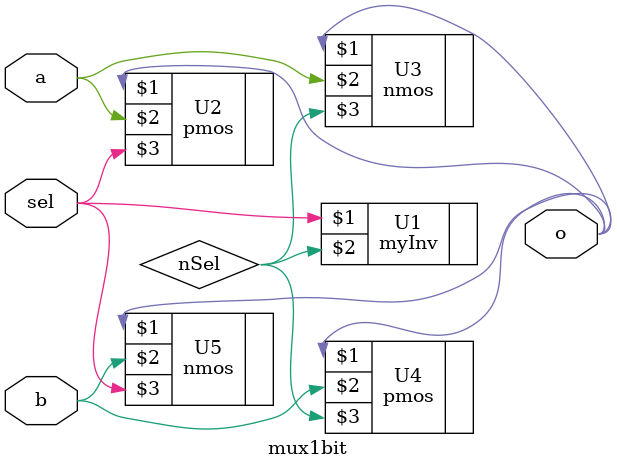
<source format=v>


module mux1bit (a ,b ,sel, o );
	input a;
	input b;
	input sel;
	output o;

	wire nSel;
	myInv U1(sel,nSel);
	pmos U2(o,a,sel);
	nmos U3(o,a,nSel);

	pmos U4(o,b,nSel);
	nmos U5(o,b,sel);


endmodule


</source>
